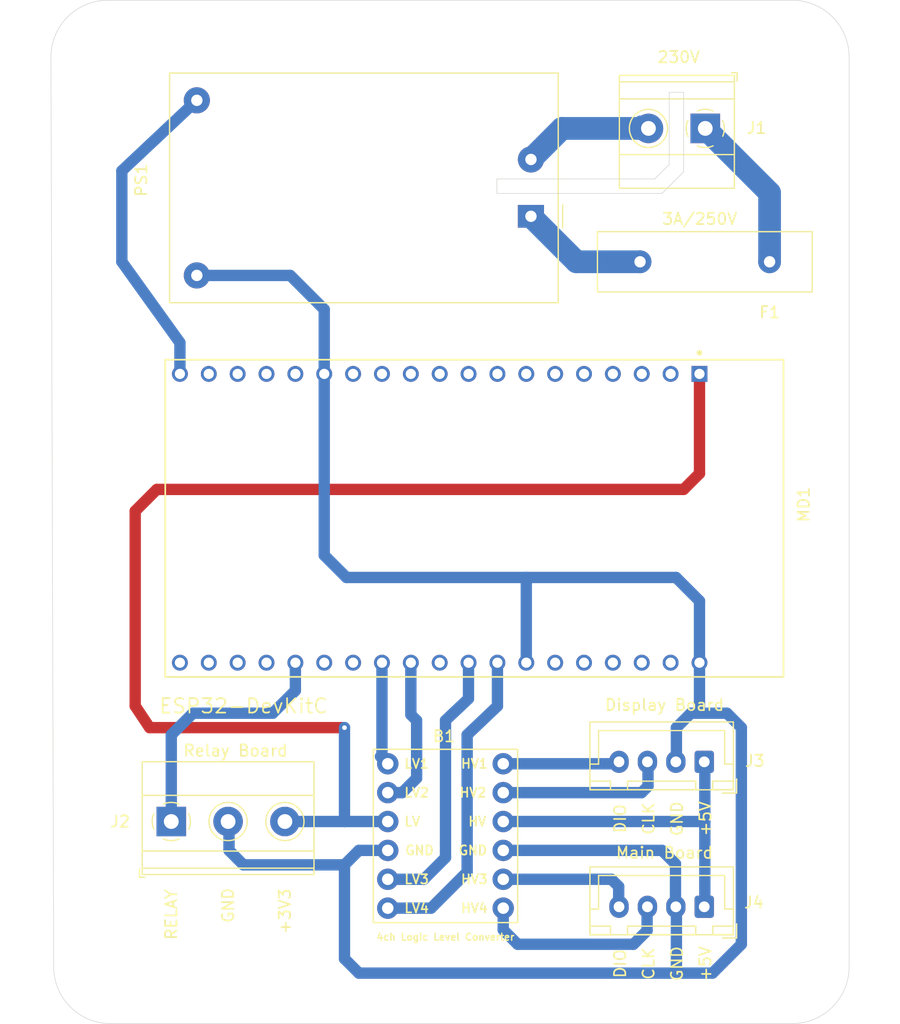
<source format=kicad_pcb>
(kicad_pcb (version 20171130) (host pcbnew "(5.1.10)-1")

  (general
    (thickness 1.6)
    (drawings 28)
    (tracks 104)
    (zones 0)
    (modules 12)
    (nets 45)
  )

  (page A4)
  (layers
    (0 F.Cu signal)
    (31 B.Cu power)
    (32 B.Adhes user)
    (33 F.Adhes user)
    (34 B.Paste user)
    (35 F.Paste user)
    (36 B.SilkS user)
    (37 F.SilkS user)
    (38 B.Mask user)
    (39 F.Mask user)
    (40 Dwgs.User user)
    (41 Cmts.User user)
    (42 Eco1.User user)
    (43 Eco2.User user)
    (44 Edge.Cuts user)
    (45 Margin user)
    (46 B.CrtYd user)
    (47 F.CrtYd user)
    (48 B.Fab user)
    (49 F.Fab user)
  )

  (setup
    (last_trace_width 0.5)
    (user_trace_width 0.25)
    (user_trace_width 0.5)
    (user_trace_width 0.75)
    (user_trace_width 1)
    (trace_clearance 0.2)
    (zone_clearance 0.508)
    (zone_45_only no)
    (trace_min 0.2)
    (via_size 0.8)
    (via_drill 0.4)
    (via_min_size 0.4)
    (via_min_drill 0.3)
    (uvia_size 0.3)
    (uvia_drill 0.1)
    (uvias_allowed no)
    (uvia_min_size 0.2)
    (uvia_min_drill 0.1)
    (edge_width 0.05)
    (segment_width 0.2)
    (pcb_text_width 0.3)
    (pcb_text_size 1.5 1.5)
    (mod_edge_width 0.12)
    (mod_text_size 1 1)
    (mod_text_width 0.15)
    (pad_size 1.524 1.524)
    (pad_drill 0.762)
    (pad_to_mask_clearance 0.2)
    (aux_axis_origin 0 0)
    (grid_origin 134.1 109.73)
    (visible_elements 7FFFFFFF)
    (pcbplotparams
      (layerselection 0x310fc_ffffffff)
      (usegerberextensions false)
      (usegerberattributes true)
      (usegerberadvancedattributes true)
      (creategerberjobfile true)
      (excludeedgelayer true)
      (linewidth 0.100000)
      (plotframeref false)
      (viasonmask false)
      (mode 1)
      (useauxorigin false)
      (hpglpennumber 1)
      (hpglpenspeed 20)
      (hpglpendiameter 15.000000)
      (psnegative false)
      (psa4output false)
      (plotreference true)
      (plotvalue true)
      (plotinvisibletext false)
      (padsonsilk false)
      (subtractmaskfromsilk true)
      (outputformat 1)
      (mirror false)
      (drillshape 0)
      (scaleselection 1)
      (outputdirectory "gerbers/"))
  )

  (net 0 "")
  (net 1 +3V3)
  (net 2 /5V_INTEX)
  (net 3 GND)
  (net 4 "Net-(F1-Pad1)")
  (net 5 /RELAY)
  (net 6 "Net-(MD1-Pad2)")
  (net 7 "Net-(MD1-Pad3)")
  (net 8 "Net-(MD1-Pad4)")
  (net 9 "Net-(MD1-Pad5)")
  (net 10 "Net-(MD1-Pad6)")
  (net 11 "Net-(MD1-Pad7)")
  (net 12 "Net-(MD1-Pad8)")
  (net 13 "Net-(MD1-Pad9)")
  (net 14 "Net-(MD1-Pad10)")
  (net 15 "Net-(MD1-Pad11)")
  (net 16 "Net-(MD1-Pad12)")
  (net 17 "Net-(MD1-Pad13)")
  (net 18 "Net-(MD1-Pad15)")
  (net 19 "Net-(MD1-Pad16)")
  (net 20 "Net-(MD1-Pad17)")
  (net 21 "Net-(MD1-Pad18)")
  (net 22 +5V)
  (net 23 "Net-(MD1-Pad20)")
  (net 24 "Net-(MD1-Pad21)")
  (net 25 "Net-(MD1-Pad22)")
  (net 26 "Net-(MD1-Pad23)")
  (net 27 "Net-(MD1-Pad26)")
  (net 28 "Net-(MD1-Pad29)")
  (net 29 "Net-(MD1-Pad33)")
  (net 30 "Net-(MD1-Pad34)")
  (net 31 "Net-(MD1-Pad35)")
  (net 32 "Net-(MD1-Pad36)")
  (net 33 "Net-(MD1-Pad37)")
  (net 34 LINE)
  (net 35 NEUT)
  (net 36 /CLK_LV_MB)
  (net 37 /DIO_LV_MB)
  (net 38 /CLK_LV_DB)
  (net 39 /DIO_LV_DB)
  (net 40 /CLK_MB)
  (net 41 /DIO_MB)
  (net 42 /CLK_DB)
  (net 43 /DIO_DB)
  (net 44 "Net-(MD1-Pad25)")

  (net_class Default "This is the default net class."
    (clearance 0.2)
    (trace_width 0.25)
    (via_dia 0.8)
    (via_drill 0.4)
    (uvia_dia 0.3)
    (uvia_drill 0.1)
    (add_net +3V3)
    (add_net +5V)
    (add_net /5V_INTEX)
    (add_net /CLK_DB)
    (add_net /CLK_LV_DB)
    (add_net /CLK_LV_MB)
    (add_net /CLK_MB)
    (add_net /DIO_DB)
    (add_net /DIO_LV_DB)
    (add_net /DIO_LV_MB)
    (add_net /DIO_MB)
    (add_net /RELAY)
    (add_net GND)
    (add_net LINE)
    (add_net NEUT)
    (add_net "Net-(F1-Pad1)")
    (add_net "Net-(MD1-Pad10)")
    (add_net "Net-(MD1-Pad11)")
    (add_net "Net-(MD1-Pad12)")
    (add_net "Net-(MD1-Pad13)")
    (add_net "Net-(MD1-Pad15)")
    (add_net "Net-(MD1-Pad16)")
    (add_net "Net-(MD1-Pad17)")
    (add_net "Net-(MD1-Pad18)")
    (add_net "Net-(MD1-Pad2)")
    (add_net "Net-(MD1-Pad20)")
    (add_net "Net-(MD1-Pad21)")
    (add_net "Net-(MD1-Pad22)")
    (add_net "Net-(MD1-Pad23)")
    (add_net "Net-(MD1-Pad25)")
    (add_net "Net-(MD1-Pad26)")
    (add_net "Net-(MD1-Pad29)")
    (add_net "Net-(MD1-Pad3)")
    (add_net "Net-(MD1-Pad33)")
    (add_net "Net-(MD1-Pad34)")
    (add_net "Net-(MD1-Pad35)")
    (add_net "Net-(MD1-Pad36)")
    (add_net "Net-(MD1-Pad37)")
    (add_net "Net-(MD1-Pad4)")
    (add_net "Net-(MD1-Pad5)")
    (add_net "Net-(MD1-Pad6)")
    (add_net "Net-(MD1-Pad7)")
    (add_net "Net-(MD1-Pad8)")
    (add_net "Net-(MD1-Pad9)")
  )

  (net_class 0.5 ""
    (clearance 0.2)
    (trace_width 0.5)
    (via_dia 0.8)
    (via_drill 0.4)
    (uvia_dia 0.3)
    (uvia_drill 0.1)
  )

  (net_class 0.75 ""
    (clearance 0.2)
    (trace_width 0.75)
    (via_dia 0.8)
    (via_drill 0.4)
    (uvia_dia 0.3)
    (uvia_drill 0.1)
  )

  (net_class 1 ""
    (clearance 0.2)
    (trace_width 1)
    (via_dia 0.8)
    (via_drill 0.4)
    (uvia_dia 0.3)
    (uvia_drill 0.1)
  )

  (module MountingHole:MountingHole_3.2mm_M3 locked (layer F.Cu) (tedit 56D1B4CB) (tstamp 618E8A46)
    (at 162.6 136.5)
    (descr "Mounting Hole 3.2mm, no annular, M3")
    (tags "mounting hole 3.2mm no annular m3")
    (attr virtual)
    (fp_text reference REF** (at 0 -4.2) (layer F.SilkS) hide
      (effects (font (size 1 1) (thickness 0.15)))
    )
    (fp_text value MountingHole_3.2mm_M3 (at 0 4.2) (layer F.Fab)
      (effects (font (size 1 1) (thickness 0.15)))
    )
    (fp_circle (center 0 0) (end 3.2 0) (layer Cmts.User) (width 0.15))
    (fp_circle (center 0 0) (end 3.45 0) (layer F.CrtYd) (width 0.05))
    (fp_text user %R (at 0.3 0) (layer F.Fab)
      (effects (font (size 1 1) (thickness 0.15)))
    )
    (pad 1 np_thru_hole circle (at 0 0) (size 3.2 3.2) (drill 3.2) (layers *.Cu *.Mask))
  )

  (module MountingHole:MountingHole_3.2mm_M3 locked (layer F.Cu) (tedit 56D1B4CB) (tstamp 618E8A22)
    (at 102.6 136.5)
    (descr "Mounting Hole 3.2mm, no annular, M3")
    (tags "mounting hole 3.2mm no annular m3")
    (attr virtual)
    (fp_text reference REF** (at 0 -4.2) (layer F.SilkS) hide
      (effects (font (size 1 1) (thickness 0.15)))
    )
    (fp_text value MountingHole_3.2mm_M3 (at 0 4.2) (layer F.Fab)
      (effects (font (size 1 1) (thickness 0.15)))
    )
    (fp_circle (center 0 0) (end 3.2 0) (layer Cmts.User) (width 0.15))
    (fp_circle (center 0 0) (end 3.45 0) (layer F.CrtYd) (width 0.05))
    (fp_text user %R (at 0.3 0) (layer F.Fab)
      (effects (font (size 1 1) (thickness 0.15)))
    )
    (pad 1 np_thru_hole circle (at 0 0) (size 3.2 3.2) (drill 3.2) (layers *.Cu *.Mask))
  )

  (module MountingHole:MountingHole_3.2mm_M3 locked (layer F.Cu) (tedit 56D1B4CB) (tstamp 618E89FE)
    (at 162.6 56.5)
    (descr "Mounting Hole 3.2mm, no annular, M3")
    (tags "mounting hole 3.2mm no annular m3")
    (attr virtual)
    (fp_text reference REF** (at 0 -4.2) (layer F.SilkS) hide
      (effects (font (size 1 1) (thickness 0.15)))
    )
    (fp_text value MountingHole_3.2mm_M3 (at 0 4.2) (layer F.Fab)
      (effects (font (size 1 1) (thickness 0.15)))
    )
    (fp_circle (center 0 0) (end 3.2 0) (layer Cmts.User) (width 0.15))
    (fp_circle (center 0 0) (end 3.45 0) (layer F.CrtYd) (width 0.05))
    (fp_text user %R (at 0.3 0) (layer F.Fab)
      (effects (font (size 1 1) (thickness 0.15)))
    )
    (pad 1 np_thru_hole circle (at 0 0) (size 3.2 3.2) (drill 3.2) (layers *.Cu *.Mask))
  )

  (module MountingHole:MountingHole_3.2mm_M3 locked (layer F.Cu) (tedit 56D1B4CB) (tstamp 618E89DA)
    (at 102.36 56.5)
    (descr "Mounting Hole 3.2mm, no annular, M3")
    (tags "mounting hole 3.2mm no annular m3")
    (attr virtual)
    (fp_text reference REF** (at 0 -4.2) (layer F.SilkS) hide
      (effects (font (size 1 1) (thickness 0.15)))
    )
    (fp_text value MountingHole_3.2mm_M3 (at 0 4.2) (layer F.Fab)
      (effects (font (size 1 1) (thickness 0.15)))
    )
    (fp_circle (center 0 0) (end 3.2 0) (layer Cmts.User) (width 0.15))
    (fp_circle (center 0 0) (end 3.45 0) (layer F.CrtYd) (width 0.05))
    (fp_text user %R (at 0.3 0) (layer F.Fab)
      (effects (font (size 1 1) (thickness 0.15)))
    )
    (pad 1 np_thru_hole circle (at 0 0) (size 3.2 3.2) (drill 3.2) (layers *.Cu *.Mask))
  )

  (module Espressif_ESP32-DevKitC:Espressif-ESP32-DevKitC_V4-0-0-MFG (layer F.Cu) (tedit 618D85DB) (tstamp 6189F71E)
    (at 134.62 97.06 270)
    (path /6191644A)
    (fp_text reference MD1 (at 0.44 -28.98 270) (layer F.SilkS)
      (effects (font (size 1 1) (thickness 0.15)) (justify left))
    )
    (fp_text value ESP32-DevKitC (at 16.51 20.32) (layer F.SilkS)
      (effects (font (size 1.27 1.27) (thickness 0.15)))
    )
    (fp_circle (center -14.55 -19.81) (end -14.425 -19.81) (layer F.SilkS) (width 0.25))
    (fp_line (start -13.95 27.2) (end -13.95 -27.2) (layer F.SilkS) (width 0.15))
    (fp_line (start -13.95 27.2) (end 13.95 27.2) (layer F.SilkS) (width 0.15))
    (fp_line (start 13.95 27.2) (end 13.95 -27.2) (layer F.SilkS) (width 0.15))
    (fp_line (start -13.95 -27.2) (end 13.95 -27.2) (layer F.SilkS) (width 0.15))
    (fp_line (start 13.975 27.225) (end 13.975 -27.225) (layer F.CrtYd) (width 0.15))
    (fp_line (start -13.975 27.225) (end 13.975 27.225) (layer F.CrtYd) (width 0.15))
    (fp_line (start -13.975 -27.225) (end -13.975 27.225) (layer F.CrtYd) (width 0.15))
    (fp_line (start 13.975 -27.225) (end -13.975 -27.225) (layer F.CrtYd) (width 0.15))
    (fp_line (start 13.975 -27.225) (end 13.975 -27.225) (layer F.CrtYd) (width 0.15))
    (fp_line (start 13.95 27.2) (end -13.95 27.2) (layer F.Fab) (width 0.15))
    (fp_line (start 13.95 -27.2) (end 13.95 27.2) (layer F.Fab) (width 0.15))
    (fp_line (start -13.95 -27.2) (end 13.95 -27.2) (layer F.Fab) (width 0.15))
    (fp_line (start -13.95 27.2) (end -13.95 -27.2) (layer F.Fab) (width 0.15))
    (pad 1 thru_hole rect (at -12.7 -19.81 270) (size 1.4 1.4) (drill 0.9) (layers *.Cu *.Paste *.Mask)
      (net 1 +3V3))
    (pad 2 thru_hole circle (at -12.7 -17.27 270) (size 1.4 1.4) (drill 0.9) (layers *.Cu *.Paste *.Mask)
      (net 6 "Net-(MD1-Pad2)"))
    (pad 3 thru_hole circle (at -12.7 -14.73 270) (size 1.4 1.4) (drill 0.9) (layers *.Cu *.Paste *.Mask)
      (net 7 "Net-(MD1-Pad3)"))
    (pad 4 thru_hole circle (at -12.7 -12.19 270) (size 1.4 1.4) (drill 0.9) (layers *.Cu *.Paste *.Mask)
      (net 8 "Net-(MD1-Pad4)"))
    (pad 5 thru_hole circle (at -12.7 -9.65 270) (size 1.4 1.4) (drill 0.9) (layers *.Cu *.Paste *.Mask)
      (net 9 "Net-(MD1-Pad5)"))
    (pad 6 thru_hole circle (at -12.7 -7.11 270) (size 1.4 1.4) (drill 0.9) (layers *.Cu *.Paste *.Mask)
      (net 10 "Net-(MD1-Pad6)"))
    (pad 7 thru_hole circle (at -12.7 -4.57 270) (size 1.4 1.4) (drill 0.9) (layers *.Cu *.Paste *.Mask)
      (net 11 "Net-(MD1-Pad7)"))
    (pad 8 thru_hole circle (at -12.7 -2.03 270) (size 1.4 1.4) (drill 0.9) (layers *.Cu *.Paste *.Mask)
      (net 12 "Net-(MD1-Pad8)"))
    (pad 9 thru_hole circle (at -12.7 0.51 270) (size 1.4 1.4) (drill 0.9) (layers *.Cu *.Paste *.Mask)
      (net 13 "Net-(MD1-Pad9)"))
    (pad 10 thru_hole circle (at -12.7 3.05 270) (size 1.4 1.4) (drill 0.9) (layers *.Cu *.Paste *.Mask)
      (net 14 "Net-(MD1-Pad10)"))
    (pad 11 thru_hole circle (at -12.7 5.59 270) (size 1.4 1.4) (drill 0.9) (layers *.Cu *.Paste *.Mask)
      (net 15 "Net-(MD1-Pad11)"))
    (pad 12 thru_hole circle (at -12.7 8.13 270) (size 1.4 1.4) (drill 0.9) (layers *.Cu *.Paste *.Mask)
      (net 16 "Net-(MD1-Pad12)"))
    (pad 13 thru_hole circle (at -12.7 10.67 270) (size 1.4 1.4) (drill 0.9) (layers *.Cu *.Paste *.Mask)
      (net 17 "Net-(MD1-Pad13)"))
    (pad 14 thru_hole circle (at -12.7 13.21 270) (size 1.4 1.4) (drill 0.9) (layers *.Cu *.Paste *.Mask)
      (net 3 GND))
    (pad 15 thru_hole circle (at -12.7 15.75 270) (size 1.4 1.4) (drill 0.9) (layers *.Cu *.Paste *.Mask)
      (net 18 "Net-(MD1-Pad15)"))
    (pad 16 thru_hole circle (at -12.7 18.29 270) (size 1.4 1.4) (drill 0.9) (layers *.Cu *.Paste *.Mask)
      (net 19 "Net-(MD1-Pad16)"))
    (pad 17 thru_hole circle (at -12.7 20.83 270) (size 1.4 1.4) (drill 0.9) (layers *.Cu *.Paste *.Mask)
      (net 20 "Net-(MD1-Pad17)"))
    (pad 18 thru_hole circle (at -12.7 23.37 270) (size 1.4 1.4) (drill 0.9) (layers *.Cu *.Paste *.Mask)
      (net 21 "Net-(MD1-Pad18)"))
    (pad 19 thru_hole circle (at -12.7 25.91 270) (size 1.4 1.4) (drill 0.9) (layers *.Cu *.Paste *.Mask)
      (net 22 +5V))
    (pad 20 thru_hole circle (at 12.7 25.91 270) (size 1.4 1.4) (drill 0.9) (layers *.Cu *.Paste *.Mask)
      (net 23 "Net-(MD1-Pad20)"))
    (pad 21 thru_hole circle (at 12.7 23.37 270) (size 1.4 1.4) (drill 0.9) (layers *.Cu *.Paste *.Mask)
      (net 24 "Net-(MD1-Pad21)"))
    (pad 22 thru_hole circle (at 12.7 20.83 270) (size 1.4 1.4) (drill 0.9) (layers *.Cu *.Paste *.Mask)
      (net 25 "Net-(MD1-Pad22)"))
    (pad 23 thru_hole circle (at 12.7 18.29 270) (size 1.4 1.4) (drill 0.9) (layers *.Cu *.Paste *.Mask)
      (net 26 "Net-(MD1-Pad23)"))
    (pad 24 thru_hole circle (at 12.7 15.75 270) (size 1.4 1.4) (drill 0.9) (layers *.Cu *.Paste *.Mask)
      (net 5 /RELAY))
    (pad 25 thru_hole circle (at 12.7 13.21 270) (size 1.4 1.4) (drill 0.9) (layers *.Cu *.Paste *.Mask)
      (net 44 "Net-(MD1-Pad25)"))
    (pad 26 thru_hole circle (at 12.7 10.67 270) (size 1.4 1.4) (drill 0.9) (layers *.Cu *.Paste *.Mask)
      (net 27 "Net-(MD1-Pad26)"))
    (pad 27 thru_hole circle (at 12.7 8.13 270) (size 1.4 1.4) (drill 0.9) (layers *.Cu *.Paste *.Mask)
      (net 39 /DIO_LV_DB))
    (pad 28 thru_hole circle (at 12.7 5.59 270) (size 1.4 1.4) (drill 0.9) (layers *.Cu *.Paste *.Mask)
      (net 38 /CLK_LV_DB))
    (pad 29 thru_hole circle (at 12.7 3.05 270) (size 1.4 1.4) (drill 0.9) (layers *.Cu *.Paste *.Mask)
      (net 28 "Net-(MD1-Pad29)"))
    (pad 30 thru_hole circle (at 12.7 0.51 270) (size 1.4 1.4) (drill 0.9) (layers *.Cu *.Paste *.Mask)
      (net 37 /DIO_LV_MB))
    (pad 31 thru_hole circle (at 12.7 -2.03 270) (size 1.4 1.4) (drill 0.9) (layers *.Cu *.Paste *.Mask)
      (net 36 /CLK_LV_MB))
    (pad 32 thru_hole circle (at 12.7 -4.57 270) (size 1.4 1.4) (drill 0.9) (layers *.Cu *.Paste *.Mask)
      (net 3 GND))
    (pad 33 thru_hole circle (at 12.7 -7.11 270) (size 1.4 1.4) (drill 0.9) (layers *.Cu *.Paste *.Mask)
      (net 29 "Net-(MD1-Pad33)"))
    (pad 34 thru_hole circle (at 12.7 -9.65 270) (size 1.4 1.4) (drill 0.9) (layers *.Cu *.Paste *.Mask)
      (net 30 "Net-(MD1-Pad34)"))
    (pad 35 thru_hole circle (at 12.7 -12.19 270) (size 1.4 1.4) (drill 0.9) (layers *.Cu *.Paste *.Mask)
      (net 31 "Net-(MD1-Pad35)"))
    (pad 36 thru_hole circle (at 12.7 -14.73 270) (size 1.4 1.4) (drill 0.9) (layers *.Cu *.Paste *.Mask)
      (net 32 "Net-(MD1-Pad36)"))
    (pad 37 thru_hole circle (at 12.7 -17.27 270) (size 1.4 1.4) (drill 0.9) (layers *.Cu *.Paste *.Mask)
      (net 33 "Net-(MD1-Pad37)"))
    (pad 38 thru_hole circle (at 12.7 -19.81 270) (size 1.4 1.4) (drill 0.9) (layers *.Cu *.Paste *.Mask)
      (net 3 GND))
    (model "H:/Developer/KiCad.Libraries/Espressif_ESP32-DevKitC V4/Espressif_ESP32-DevKitC.models/Espressif_-_ESP32-DevKitC_V4.step"
      (offset (xyz 0 -2.54 3.5))
      (scale (xyz 1 1 1))
      (rotate (xyz -90 0 0))
    )
  )

  (module TerminalBlock_Phoenix:TerminalBlock_Phoenix_MKDS-1,5-2_1x02_P5.00mm_Horizontal (layer F.Cu) (tedit 5B294EE5) (tstamp 6189F67A)
    (at 154.94 62.77 180)
    (descr "Terminal Block Phoenix MKDS-1,5-2, 2 pins, pitch 5mm, size 10x9.8mm^2, drill diamater 1.3mm, pad diameter 2.6mm, see http://www.farnell.com/datasheets/100425.pdf, script-generated using https://github.com/pointhi/kicad-footprint-generator/scripts/TerminalBlock_Phoenix")
    (tags "THT Terminal Block Phoenix MKDS-1,5-2 pitch 5mm size 10x9.8mm^2 drill 1.3mm pad 2.6mm")
    (path /618A0045)
    (fp_text reference J1 (at -4.51 0.04) (layer F.SilkS)
      (effects (font (size 1 1) (thickness 0.15)))
    )
    (fp_text value 230V (at 2.34 6.27) (layer F.SilkS)
      (effects (font (size 1 1) (thickness 0.15)))
    )
    (fp_line (start 8 -5.71) (end -3 -5.71) (layer F.CrtYd) (width 0.05))
    (fp_line (start 8 5.1) (end 8 -5.71) (layer F.CrtYd) (width 0.05))
    (fp_line (start -3 5.1) (end 8 5.1) (layer F.CrtYd) (width 0.05))
    (fp_line (start -3 -5.71) (end -3 5.1) (layer F.CrtYd) (width 0.05))
    (fp_line (start -2.8 4.9) (end -2.3 4.9) (layer F.SilkS) (width 0.12))
    (fp_line (start -2.8 4.16) (end -2.8 4.9) (layer F.SilkS) (width 0.12))
    (fp_line (start 3.773 1.023) (end 3.726 1.069) (layer F.SilkS) (width 0.12))
    (fp_line (start 6.07 -1.275) (end 6.035 -1.239) (layer F.SilkS) (width 0.12))
    (fp_line (start 3.966 1.239) (end 3.931 1.274) (layer F.SilkS) (width 0.12))
    (fp_line (start 6.275 -1.069) (end 6.228 -1.023) (layer F.SilkS) (width 0.12))
    (fp_line (start 5.955 -1.138) (end 3.863 0.955) (layer F.Fab) (width 0.1))
    (fp_line (start 6.138 -0.955) (end 4.046 1.138) (layer F.Fab) (width 0.1))
    (fp_line (start 0.955 -1.138) (end -1.138 0.955) (layer F.Fab) (width 0.1))
    (fp_line (start 1.138 -0.955) (end -0.955 1.138) (layer F.Fab) (width 0.1))
    (fp_line (start 7.56 -5.261) (end 7.56 4.66) (layer F.SilkS) (width 0.12))
    (fp_line (start -2.56 -5.261) (end -2.56 4.66) (layer F.SilkS) (width 0.12))
    (fp_line (start -2.56 4.66) (end 7.56 4.66) (layer F.SilkS) (width 0.12))
    (fp_line (start -2.56 -5.261) (end 7.56 -5.261) (layer F.SilkS) (width 0.12))
    (fp_line (start -2.56 -2.301) (end 7.56 -2.301) (layer F.SilkS) (width 0.12))
    (fp_line (start -2.5 -2.3) (end 7.5 -2.3) (layer F.Fab) (width 0.1))
    (fp_line (start -2.56 2.6) (end 7.56 2.6) (layer F.SilkS) (width 0.12))
    (fp_line (start -2.5 2.6) (end 7.5 2.6) (layer F.Fab) (width 0.1))
    (fp_line (start -2.56 4.1) (end 7.56 4.1) (layer F.SilkS) (width 0.12))
    (fp_line (start -2.5 4.1) (end 7.5 4.1) (layer F.Fab) (width 0.1))
    (fp_line (start -2.5 4.1) (end -2.5 -5.2) (layer F.Fab) (width 0.1))
    (fp_line (start -2 4.6) (end -2.5 4.1) (layer F.Fab) (width 0.1))
    (fp_line (start 7.5 4.6) (end -2 4.6) (layer F.Fab) (width 0.1))
    (fp_line (start 7.5 -5.2) (end 7.5 4.6) (layer F.Fab) (width 0.1))
    (fp_line (start -2.5 -5.2) (end 7.5 -5.2) (layer F.Fab) (width 0.1))
    (fp_circle (center 5 0) (end 6.68 0) (layer F.SilkS) (width 0.12))
    (fp_circle (center 5 0) (end 6.5 0) (layer F.Fab) (width 0.1))
    (fp_circle (center 0 0) (end 1.5 0) (layer F.Fab) (width 0.1))
    (fp_text user %R (at 2.54 3.2) (layer F.Fab)
      (effects (font (size 1 1) (thickness 0.15)))
    )
    (fp_arc (start 0 0) (end -0.684 1.535) (angle -25) (layer F.SilkS) (width 0.12))
    (fp_arc (start 0 0) (end -1.535 -0.684) (angle -48) (layer F.SilkS) (width 0.12))
    (fp_arc (start 0 0) (end 0.684 -1.535) (angle -48) (layer F.SilkS) (width 0.12))
    (fp_arc (start 0 0) (end 1.535 0.684) (angle -48) (layer F.SilkS) (width 0.12))
    (fp_arc (start 0 0) (end 0 1.68) (angle -24) (layer F.SilkS) (width 0.12))
    (pad 2 thru_hole circle (at 5 0 180) (size 2.6 2.6) (drill 1.3) (layers *.Cu *.Mask)
      (net 35 NEUT))
    (pad 1 thru_hole rect (at 0 0 180) (size 2.6 2.6) (drill 1.3) (layers *.Cu *.Mask)
      (net 4 "Net-(F1-Pad1)"))
    (model ${KISYS3DMOD}/TerminalBlock_Phoenix.3dshapes/TerminalBlock_Phoenix_MKDS-1,5-2_1x02_P5.00mm_Horizontal.wrl
      (at (xyz 0 0 0))
      (scale (xyz 1 1 1))
      (rotate (xyz 0 0 0))
    )
  )

  (module TerminalBlock_Phoenix:TerminalBlock_Phoenix_MKDS-1,5-3_1x03_P5.00mm_Horizontal (layer F.Cu) (tedit 5B294EE5) (tstamp 6189F690)
    (at 107.95 123.73)
    (descr "Terminal Block Phoenix MKDS-1,5-3, 3 pins, pitch 5mm, size 15x9.8mm^2, drill diamater 1.3mm, pad diameter 2.6mm, see http://www.farnell.com/datasheets/100425.pdf, script-generated using https://github.com/pointhi/kicad-footprint-generator/scripts/TerminalBlock_Phoenix")
    (tags "THT Terminal Block Phoenix MKDS-1,5-3 pitch 5mm size 15x9.8mm^2 drill 1.3mm pad 2.6mm")
    (path /618A0962)
    (fp_text reference J2 (at -4.5 0) (layer F.SilkS)
      (effects (font (size 1 1) (thickness 0.15)))
    )
    (fp_text value "Relay Board" (at 5.65 -6.23) (layer F.SilkS)
      (effects (font (size 1 1) (thickness 0.15)))
    )
    (fp_line (start 13 -5.71) (end -3 -5.71) (layer F.CrtYd) (width 0.05))
    (fp_line (start 13 5.1) (end 13 -5.71) (layer F.CrtYd) (width 0.05))
    (fp_line (start -3 5.1) (end 13 5.1) (layer F.CrtYd) (width 0.05))
    (fp_line (start -3 -5.71) (end -3 5.1) (layer F.CrtYd) (width 0.05))
    (fp_line (start -2.8 4.9) (end -2.3 4.9) (layer F.SilkS) (width 0.12))
    (fp_line (start -2.8 4.16) (end -2.8 4.9) (layer F.SilkS) (width 0.12))
    (fp_line (start 8.773 1.023) (end 8.726 1.069) (layer F.SilkS) (width 0.12))
    (fp_line (start 11.07 -1.275) (end 11.035 -1.239) (layer F.SilkS) (width 0.12))
    (fp_line (start 8.966 1.239) (end 8.931 1.274) (layer F.SilkS) (width 0.12))
    (fp_line (start 11.275 -1.069) (end 11.228 -1.023) (layer F.SilkS) (width 0.12))
    (fp_line (start 10.955 -1.138) (end 8.863 0.955) (layer F.Fab) (width 0.1))
    (fp_line (start 11.138 -0.955) (end 9.046 1.138) (layer F.Fab) (width 0.1))
    (fp_line (start 3.773 1.023) (end 3.726 1.069) (layer F.SilkS) (width 0.12))
    (fp_line (start 6.07 -1.275) (end 6.035 -1.239) (layer F.SilkS) (width 0.12))
    (fp_line (start 3.966 1.239) (end 3.931 1.274) (layer F.SilkS) (width 0.12))
    (fp_line (start 6.275 -1.069) (end 6.228 -1.023) (layer F.SilkS) (width 0.12))
    (fp_line (start 5.955 -1.138) (end 3.863 0.955) (layer F.Fab) (width 0.1))
    (fp_line (start 6.138 -0.955) (end 4.046 1.138) (layer F.Fab) (width 0.1))
    (fp_line (start 0.955 -1.138) (end -1.138 0.955) (layer F.Fab) (width 0.1))
    (fp_line (start 1.138 -0.955) (end -0.955 1.138) (layer F.Fab) (width 0.1))
    (fp_line (start 12.56 -5.261) (end 12.56 4.66) (layer F.SilkS) (width 0.12))
    (fp_line (start -2.56 -5.261) (end -2.56 4.66) (layer F.SilkS) (width 0.12))
    (fp_line (start -2.56 4.66) (end 12.56 4.66) (layer F.SilkS) (width 0.12))
    (fp_line (start -2.56 -5.261) (end 12.56 -5.261) (layer F.SilkS) (width 0.12))
    (fp_line (start -2.56 -2.301) (end 12.56 -2.301) (layer F.SilkS) (width 0.12))
    (fp_line (start -2.5 -2.3) (end 12.5 -2.3) (layer F.Fab) (width 0.1))
    (fp_line (start -2.56 2.6) (end 12.56 2.6) (layer F.SilkS) (width 0.12))
    (fp_line (start -2.5 2.6) (end 12.5 2.6) (layer F.Fab) (width 0.1))
    (fp_line (start -2.56 4.1) (end 12.56 4.1) (layer F.SilkS) (width 0.12))
    (fp_line (start -2.5 4.1) (end 12.5 4.1) (layer F.Fab) (width 0.1))
    (fp_line (start -2.5 4.1) (end -2.5 -5.2) (layer F.Fab) (width 0.1))
    (fp_line (start -2 4.6) (end -2.5 4.1) (layer F.Fab) (width 0.1))
    (fp_line (start 12.5 4.6) (end -2 4.6) (layer F.Fab) (width 0.1))
    (fp_line (start 12.5 -5.2) (end 12.5 4.6) (layer F.Fab) (width 0.1))
    (fp_line (start -2.5 -5.2) (end 12.5 -5.2) (layer F.Fab) (width 0.1))
    (fp_circle (center 10 0) (end 11.68 0) (layer F.SilkS) (width 0.12))
    (fp_circle (center 10 0) (end 11.5 0) (layer F.Fab) (width 0.1))
    (fp_circle (center 5 0) (end 6.68 0) (layer F.SilkS) (width 0.12))
    (fp_circle (center 5 0) (end 6.5 0) (layer F.Fab) (width 0.1))
    (fp_circle (center 0 0) (end 1.5 0) (layer F.Fab) (width 0.1))
    (fp_text user %R (at 5.08 3.2) (layer F.Fab)
      (effects (font (size 1 1) (thickness 0.15)))
    )
    (fp_arc (start 0 0) (end -0.684 1.535) (angle -25) (layer F.SilkS) (width 0.12))
    (fp_arc (start 0 0) (end -1.535 -0.684) (angle -48) (layer F.SilkS) (width 0.12))
    (fp_arc (start 0 0) (end 0.684 -1.535) (angle -48) (layer F.SilkS) (width 0.12))
    (fp_arc (start 0 0) (end 1.535 0.684) (angle -48) (layer F.SilkS) (width 0.12))
    (fp_arc (start 0 0) (end 0 1.68) (angle -24) (layer F.SilkS) (width 0.12))
    (pad 3 thru_hole circle (at 10 0) (size 2.6 2.6) (drill 1.3) (layers *.Cu *.Mask)
      (net 1 +3V3))
    (pad 2 thru_hole circle (at 5 0) (size 2.6 2.6) (drill 1.3) (layers *.Cu *.Mask)
      (net 3 GND))
    (pad 1 thru_hole rect (at 0 0) (size 2.6 2.6) (drill 1.3) (layers *.Cu *.Mask)
      (net 5 /RELAY))
    (model ${KISYS3DMOD}/TerminalBlock_Phoenix.3dshapes/TerminalBlock_Phoenix_MKDS-1,5-3_1x03_P5.00mm_Horizontal.wrl
      (at (xyz 0 0 0))
      (scale (xyz 1 1 1))
      (rotate (xyz 0 0 0))
    )
  )

  (module Boards:SPARKFUN_LOGIC_LEVEL_CONVERTER (layer F.Cu) (tedit 200000) (tstamp 6189F652)
    (at 132.08 125)
    (descr "SPARKFUN LOGIC LEVEL CONVERTER")
    (tags "SPARKFUN LOGIC LEVEL CONVERTER")
    (path /6189B1AB)
    (attr virtual)
    (fp_text reference B1 (at -0.13 -8.77) (layer F.SilkS)
      (effects (font (size 1 1) (thickness 0.15)))
    )
    (fp_text value "4ch Logic Level Converter" (at 0 8.89) (layer F.SilkS)
      (effects (font (size 0.6096 0.6096) (thickness 0.127)))
    )
    (fp_line (start 6.35 7.62) (end -6.35 7.62) (layer F.SilkS) (width 0.127))
    (fp_line (start 6.35 -7.62) (end 6.35 7.62) (layer F.SilkS) (width 0.127))
    (fp_line (start -6.35 -7.62) (end 6.35 -7.62) (layer F.SilkS) (width 0.127))
    (fp_line (start -6.35 7.62) (end -6.35 -7.62) (layer F.SilkS) (width 0.127))
    (fp_text user HV4 (at 2.54 6.35) (layer F.SilkS)
      (effects (font (size 0.8128 0.8128) (thickness 0.1524)))
    )
    (fp_text user HV3 (at 2.54 3.81) (layer F.SilkS)
      (effects (font (size 0.8128 0.8128) (thickness 0.1524)))
    )
    (fp_text user GND (at 2.413 1.27) (layer F.SilkS)
      (effects (font (size 0.8128 0.8128) (thickness 0.1524)))
    )
    (fp_text user HV (at 2.794 -1.27) (layer F.SilkS)
      (effects (font (size 0.8128 0.8128) (thickness 0.1524)))
    )
    (fp_text user LV4 (at -2.54 6.35) (layer F.SilkS)
      (effects (font (size 0.8128 0.8128) (thickness 0.1524)))
    )
    (fp_text user LV3 (at -2.54 3.81) (layer F.SilkS)
      (effects (font (size 0.8128 0.8128) (thickness 0.1524)))
    )
    (fp_text user GND (at -2.286 1.27) (layer F.SilkS)
      (effects (font (size 0.8128 0.8128) (thickness 0.1524)))
    )
    (fp_text user LV (at -2.921 -1.27) (layer F.SilkS)
      (effects (font (size 0.8128 0.8128) (thickness 0.1524)))
    )
    (fp_text user HV2 (at 2.413 -3.81) (layer F.SilkS)
      (effects (font (size 0.8128 0.8128) (thickness 0.1524)))
    )
    (fp_text user HV1 (at 2.54 -6.35) (layer F.SilkS)
      (effects (font (size 0.8128 0.8128) (thickness 0.1524)))
    )
    (fp_text user LV2 (at -2.54 -3.81) (layer F.SilkS)
      (effects (font (size 0.8128 0.8128) (thickness 0.1524)))
    )
    (fp_text user LV1 (at -2.54 -6.35) (layer F.SilkS)
      (effects (font (size 0.8128 0.8128) (thickness 0.1524)))
    )
    (pad LV4 thru_hole circle (at -5.08 6.35) (size 1.8796 1.8796) (drill 1.016) (layers *.Cu *.Mask)
      (net 36 /CLK_LV_MB) (solder_mask_margin 0.1016))
    (pad LV3 thru_hole circle (at -5.08 3.81) (size 1.8796 1.8796) (drill 1.016) (layers *.Cu *.Mask)
      (net 37 /DIO_LV_MB) (solder_mask_margin 0.1016))
    (pad LV2 thru_hole circle (at -5.08 -3.81) (size 1.8796 1.8796) (drill 1.016) (layers *.Cu *.Mask)
      (net 38 /CLK_LV_DB) (solder_mask_margin 0.1016))
    (pad LV1 thru_hole circle (at -5.08 -6.35) (size 1.8796 1.8796) (drill 1.016) (layers *.Cu *.Mask)
      (net 39 /DIO_LV_DB) (solder_mask_margin 0.1016))
    (pad LV thru_hole circle (at -5.08 -1.27) (size 1.8796 1.8796) (drill 1.016) (layers *.Cu *.Mask)
      (net 1 +3V3) (solder_mask_margin 0.1016))
    (pad HV4 thru_hole circle (at 5.08 6.35) (size 1.8796 1.8796) (drill 1.016) (layers *.Cu *.Mask)
      (net 40 /CLK_MB) (solder_mask_margin 0.1016))
    (pad HV3 thru_hole circle (at 5.08 3.81) (size 1.8796 1.8796) (drill 1.016) (layers *.Cu *.Mask)
      (net 41 /DIO_MB) (solder_mask_margin 0.1016))
    (pad HV2 thru_hole circle (at 5.08 -3.81) (size 1.8796 1.8796) (drill 1.016) (layers *.Cu *.Mask)
      (net 42 /CLK_DB) (solder_mask_margin 0.1016))
    (pad HV1 thru_hole circle (at 5.08 -6.35) (size 1.8796 1.8796) (drill 1.016) (layers *.Cu *.Mask)
      (net 43 /DIO_DB) (solder_mask_margin 0.1016))
    (pad HV thru_hole circle (at 5.08 -1.27) (size 1.8796 1.8796) (drill 1.016) (layers *.Cu *.Mask)
      (net 2 /5V_INTEX) (solder_mask_margin 0.1016))
    (pad GND2 thru_hole circle (at 5.08 1.27) (size 1.8796 1.8796) (drill 1.016) (layers *.Cu *.Mask)
      (net 3 GND) (solder_mask_margin 0.1016))
    (pad GND1 thru_hole circle (at -5.08 1.27) (size 1.8796 1.8796) (drill 1.016) (layers *.Cu *.Mask)
      (net 3 GND) (solder_mask_margin 0.1016))
    (model H:/Developer/KiCad.Libraries/logic-level-converter-bi-directional/source/BOB-12009.wrl
      (offset (xyz 0 0 3.5))
      (scale (xyz 0.4 0.4 0.4))
      (rotate (xyz 0 0 0))
    )
  )

  (module Fuse:Fuse_Littelfuse-LVR100 (layer F.Cu) (tedit 5909D78F) (tstamp 6189F665)
    (at 160.6 74.5 180)
    (descr "Littelfuse, resettable fuse, PTC, polyswitch LVR100, Ih 1A http://www.littelfuse.com/~/media/electronics/datasheets/resettable_ptcs/littelfuse_ptc_lvr_catalog_datasheet.pdf.pdf")
    (tags "LVR100 PTC resettable polyswitch ")
    (path /618A12A7)
    (fp_text reference F1 (at 0 -4.445) (layer F.SilkS)
      (effects (font (size 1 1) (thickness 0.15)))
    )
    (fp_text value 3A/250V (at 6.15 3.77) (layer F.SilkS)
      (effects (font (size 1 1) (thickness 0.15)))
    )
    (fp_line (start 15.15 2.65) (end -3.75 2.65) (layer F.SilkS) (width 0.12))
    (fp_line (start 15.15 2.65) (end 15.15 -2.65) (layer F.SilkS) (width 0.12))
    (fp_line (start -3.75 -2.65) (end -3.75 2.65) (layer F.SilkS) (width 0.12))
    (fp_line (start -3.75 -2.65) (end 15.15 -2.65) (layer F.SilkS) (width 0.12))
    (fp_line (start 15.3 2.8) (end -3.9 2.8) (layer F.CrtYd) (width 0.05))
    (fp_line (start 15.3 2.8) (end 15.3 -2.8) (layer F.CrtYd) (width 0.05))
    (fp_line (start -3.9 -2.8) (end -3.9 2.8) (layer F.CrtYd) (width 0.05))
    (fp_line (start -3.9 -2.8) (end 15.3 -2.8) (layer F.CrtYd) (width 0.05))
    (fp_line (start -3.65 -2.55) (end -3.65 2.55) (layer F.Fab) (width 0.1))
    (fp_line (start 15.05 -2.55) (end -3.65 -2.55) (layer F.Fab) (width 0.1))
    (fp_line (start 15.05 2.55) (end 15.05 -2.55) (layer F.Fab) (width 0.1))
    (fp_line (start -3.65 2.55) (end 15.05 2.55) (layer F.Fab) (width 0.1))
    (fp_text user %R (at 6 0) (layer F.Fab)
      (effects (font (size 1 1) (thickness 0.15)))
    )
    (pad 2 thru_hole circle (at 11.4 0 180) (size 2 2) (drill 1) (layers *.Cu *.Mask)
      (net 34 LINE))
    (pad 1 thru_hole circle (at 0 0 180) (size 2 2) (drill 1) (layers *.Cu *.Mask)
      (net 4 "Net-(F1-Pad1)"))
    (model "H:/Developer/KiCad.Libraries/User Library-FUSE 251010/User Library-FUSE 251010.STEP"
      (offset (xyz 5.7 0 1.5))
      (scale (xyz 1.15 1 1))
      (rotate (xyz -90 0 0))
    )
  )

  (module Converter_ACDC:Converter_ACDC_HiLink_HLK-PMxx (layer F.Cu) (tedit 5C1AC1CD) (tstamp 6189F737)
    (at 139.6 70.5 180)
    (descr "ACDC-Converter, 3W, HiLink, HLK-PMxx, THT, http://www.hlktech.net/product_detail.php?ProId=54")
    (tags "ACDC-Converter 3W THT HiLink board mount module")
    (path /6189BD04)
    (fp_text reference PS1 (at 34.29 3.175 90) (layer F.SilkS)
      (effects (font (size 1 1) (thickness 0.15)))
    )
    (fp_text value HLK-PM03 (at 15.79 13.85) (layer F.Fab)
      (effects (font (size 1 1) (thickness 0.15)))
    )
    (fp_line (start -2.3 12.5) (end 31.7 12.5) (layer F.Fab) (width 0.1))
    (fp_line (start 31.7 12.5) (end 31.7 -7.5) (layer F.Fab) (width 0.1))
    (fp_line (start -2.3 12.5) (end -2.3 0.99) (layer F.Fab) (width 0.1))
    (fp_line (start -2.3 -7.5) (end 31.7 -7.5) (layer F.Fab) (width 0.1))
    (fp_line (start -1.29 0) (end -2.29 1) (layer F.Fab) (width 0.1))
    (fp_line (start -2.29 -1) (end -1.29 0) (layer F.Fab) (width 0.1))
    (fp_line (start -2.3 -1) (end -2.3 -7.5) (layer F.Fab) (width 0.1))
    (fp_line (start -2.55 12.75) (end 31.95 12.75) (layer F.CrtYd) (width 0.05))
    (fp_line (start 31.95 12.75) (end 31.95 -7.75) (layer F.CrtYd) (width 0.05))
    (fp_line (start 31.95 -7.75) (end -2.55 -7.75) (layer F.CrtYd) (width 0.05))
    (fp_line (start -2.55 -7.75) (end -2.55 12.75) (layer F.CrtYd) (width 0.05))
    (fp_line (start -2.4 -7.6) (end -2.4 12.6) (layer F.SilkS) (width 0.12))
    (fp_line (start -2.4 12.6) (end 31.8 12.6) (layer F.SilkS) (width 0.12))
    (fp_line (start 31.8 12.6) (end 31.8 -7.6) (layer F.SilkS) (width 0.12))
    (fp_line (start 31.8 -7.6) (end -2.4 -7.6) (layer F.SilkS) (width 0.12))
    (fp_line (start -2.79 -1) (end -2.79 1.01) (layer F.SilkS) (width 0.12))
    (fp_text user %R (at 14.68 1.17) (layer F.Fab)
      (effects (font (size 1 1) (thickness 0.15)))
    )
    (pad 3 thru_hole circle (at 29.4 -5.2 180) (size 2.3 2.3) (drill 1) (layers *.Cu *.Mask)
      (net 3 GND))
    (pad 1 thru_hole rect (at 0 0 180) (size 2.3 2) (drill 1) (layers *.Cu *.Mask)
      (net 34 LINE))
    (pad 2 thru_hole circle (at 0 5 180) (size 2.3 2.3) (drill 1) (layers *.Cu *.Mask)
      (net 35 NEUT))
    (pad 4 thru_hole circle (at 29.4 10.2 180) (size 2.3 2.3) (drill 1) (layers *.Cu *.Mask)
      (net 22 +5V))
    (model H:/Developer/KiCad.Libraries/Converter_ACDC_HiLink_HLK-PMxx.step
      (at (xyz 0 0 0))
      (scale (xyz 1 1 1))
      (rotate (xyz 0 0 0))
    )
  )

  (module Connector_JST:JST_XH_B4B-XH-A_1x04_P2.50mm_Vertical (layer F.Cu) (tedit 5C28146C) (tstamp 6189F6E6)
    (at 154.85 131.23 180)
    (descr "JST XH series connector, B4B-XH-A (http://www.jst-mfg.com/product/pdf/eng/eXH.pdf), generated with kicad-footprint-generator")
    (tags "connector JST XH vertical")
    (path /618C5D92)
    (fp_text reference J4 (at -4.37 0.38) (layer F.SilkS)
      (effects (font (size 1 1) (thickness 0.15)))
    )
    (fp_text value "Main Board" (at 3.5 4.75) (layer F.SilkS)
      (effects (font (size 1 1) (thickness 0.15)))
    )
    (fp_line (start -2.85 -2.75) (end -2.85 -1.5) (layer F.SilkS) (width 0.12))
    (fp_line (start -1.6 -2.75) (end -2.85 -2.75) (layer F.SilkS) (width 0.12))
    (fp_line (start 9.3 2.75) (end 3.75 2.75) (layer F.SilkS) (width 0.12))
    (fp_line (start 9.3 -0.2) (end 9.3 2.75) (layer F.SilkS) (width 0.12))
    (fp_line (start 10.05 -0.2) (end 9.3 -0.2) (layer F.SilkS) (width 0.12))
    (fp_line (start -1.8 2.75) (end 3.75 2.75) (layer F.SilkS) (width 0.12))
    (fp_line (start -1.8 -0.2) (end -1.8 2.75) (layer F.SilkS) (width 0.12))
    (fp_line (start -2.55 -0.2) (end -1.8 -0.2) (layer F.SilkS) (width 0.12))
    (fp_line (start 10.05 -2.45) (end 8.25 -2.45) (layer F.SilkS) (width 0.12))
    (fp_line (start 10.05 -1.7) (end 10.05 -2.45) (layer F.SilkS) (width 0.12))
    (fp_line (start 8.25 -1.7) (end 10.05 -1.7) (layer F.SilkS) (width 0.12))
    (fp_line (start 8.25 -2.45) (end 8.25 -1.7) (layer F.SilkS) (width 0.12))
    (fp_line (start -0.75 -2.45) (end -2.55 -2.45) (layer F.SilkS) (width 0.12))
    (fp_line (start -0.75 -1.7) (end -0.75 -2.45) (layer F.SilkS) (width 0.12))
    (fp_line (start -2.55 -1.7) (end -0.75 -1.7) (layer F.SilkS) (width 0.12))
    (fp_line (start -2.55 -2.45) (end -2.55 -1.7) (layer F.SilkS) (width 0.12))
    (fp_line (start 6.75 -2.45) (end 0.75 -2.45) (layer F.SilkS) (width 0.12))
    (fp_line (start 6.75 -1.7) (end 6.75 -2.45) (layer F.SilkS) (width 0.12))
    (fp_line (start 0.75 -1.7) (end 6.75 -1.7) (layer F.SilkS) (width 0.12))
    (fp_line (start 0.75 -2.45) (end 0.75 -1.7) (layer F.SilkS) (width 0.12))
    (fp_line (start 0 -1.35) (end 0.625 -2.35) (layer F.Fab) (width 0.1))
    (fp_line (start -0.625 -2.35) (end 0 -1.35) (layer F.Fab) (width 0.1))
    (fp_line (start 10.45 -2.85) (end -2.95 -2.85) (layer F.CrtYd) (width 0.05))
    (fp_line (start 10.45 3.9) (end 10.45 -2.85) (layer F.CrtYd) (width 0.05))
    (fp_line (start -2.95 3.9) (end 10.45 3.9) (layer F.CrtYd) (width 0.05))
    (fp_line (start -2.95 -2.85) (end -2.95 3.9) (layer F.CrtYd) (width 0.05))
    (fp_line (start 10.06 -2.46) (end -2.56 -2.46) (layer F.SilkS) (width 0.12))
    (fp_line (start 10.06 3.51) (end 10.06 -2.46) (layer F.SilkS) (width 0.12))
    (fp_line (start -2.56 3.51) (end 10.06 3.51) (layer F.SilkS) (width 0.12))
    (fp_line (start -2.56 -2.46) (end -2.56 3.51) (layer F.SilkS) (width 0.12))
    (fp_line (start 9.95 -2.35) (end -2.45 -2.35) (layer F.Fab) (width 0.1))
    (fp_line (start 9.95 3.4) (end 9.95 -2.35) (layer F.Fab) (width 0.1))
    (fp_line (start -2.45 3.4) (end 9.95 3.4) (layer F.Fab) (width 0.1))
    (fp_line (start -2.45 -2.35) (end -2.45 3.4) (layer F.Fab) (width 0.1))
    (fp_text user %R (at 3.75 2.7) (layer F.Fab)
      (effects (font (size 1 1) (thickness 0.15)))
    )
    (pad 4 thru_hole oval (at 7.5 0 180) (size 1.7 1.95) (drill 0.95) (layers *.Cu *.Mask)
      (net 41 /DIO_MB))
    (pad 3 thru_hole oval (at 5 0 180) (size 1.7 1.95) (drill 0.95) (layers *.Cu *.Mask)
      (net 40 /CLK_MB))
    (pad 2 thru_hole oval (at 2.5 0 180) (size 1.7 1.95) (drill 0.95) (layers *.Cu *.Mask)
      (net 3 GND))
    (pad 1 thru_hole roundrect (at 0 0 180) (size 1.7 1.95) (drill 0.95) (layers *.Cu *.Mask) (roundrect_rratio 0.1470588235294118)
      (net 2 /5V_INTEX))
    (model ${KISYS3DMOD}/Connector_JST.3dshapes/JST_XH_B4B-XH-A_1x04_P2.50mm_Vertical.wrl
      (at (xyz 0 0 0))
      (scale (xyz 1 1 1))
      (rotate (xyz 0 0 0))
    )
  )

  (module Connector_JST:JST_XH_B4B-XH-A_1x04_P2.50mm_Vertical (layer F.Cu) (tedit 5C28146C) (tstamp 61FEF87E)
    (at 154.85 118.48 180)
    (descr "JST XH series connector, B4B-XH-A (http://www.jst-mfg.com/product/pdf/eng/eXH.pdf), generated with kicad-footprint-generator")
    (tags "connector JST XH vertical")
    (path /6189EC82)
    (fp_text reference J3 (at -4.45 0.08) (layer F.SilkS)
      (effects (font (size 1 1) (thickness 0.15)))
    )
    (fp_text value "Display Board" (at 3.5 5) (layer F.SilkS)
      (effects (font (size 1 1) (thickness 0.15)))
    )
    (fp_line (start -2.85 -2.75) (end -2.85 -1.5) (layer F.SilkS) (width 0.12))
    (fp_line (start -1.6 -2.75) (end -2.85 -2.75) (layer F.SilkS) (width 0.12))
    (fp_line (start 9.3 2.75) (end 3.75 2.75) (layer F.SilkS) (width 0.12))
    (fp_line (start 9.3 -0.2) (end 9.3 2.75) (layer F.SilkS) (width 0.12))
    (fp_line (start 10.05 -0.2) (end 9.3 -0.2) (layer F.SilkS) (width 0.12))
    (fp_line (start -1.8 2.75) (end 3.75 2.75) (layer F.SilkS) (width 0.12))
    (fp_line (start -1.8 -0.2) (end -1.8 2.75) (layer F.SilkS) (width 0.12))
    (fp_line (start -2.55 -0.2) (end -1.8 -0.2) (layer F.SilkS) (width 0.12))
    (fp_line (start 10.05 -2.45) (end 8.25 -2.45) (layer F.SilkS) (width 0.12))
    (fp_line (start 10.05 -1.7) (end 10.05 -2.45) (layer F.SilkS) (width 0.12))
    (fp_line (start 8.25 -1.7) (end 10.05 -1.7) (layer F.SilkS) (width 0.12))
    (fp_line (start 8.25 -2.45) (end 8.25 -1.7) (layer F.SilkS) (width 0.12))
    (fp_line (start -0.75 -2.45) (end -2.55 -2.45) (layer F.SilkS) (width 0.12))
    (fp_line (start -0.75 -1.7) (end -0.75 -2.45) (layer F.SilkS) (width 0.12))
    (fp_line (start -2.55 -1.7) (end -0.75 -1.7) (layer F.SilkS) (width 0.12))
    (fp_line (start -2.55 -2.45) (end -2.55 -1.7) (layer F.SilkS) (width 0.12))
    (fp_line (start 6.75 -2.45) (end 0.75 -2.45) (layer F.SilkS) (width 0.12))
    (fp_line (start 6.75 -1.7) (end 6.75 -2.45) (layer F.SilkS) (width 0.12))
    (fp_line (start 0.75 -1.7) (end 6.75 -1.7) (layer F.SilkS) (width 0.12))
    (fp_line (start 0.75 -2.45) (end 0.75 -1.7) (layer F.SilkS) (width 0.12))
    (fp_line (start 0 -1.35) (end 0.625 -2.35) (layer F.Fab) (width 0.1))
    (fp_line (start -0.625 -2.35) (end 0 -1.35) (layer F.Fab) (width 0.1))
    (fp_line (start 10.45 -2.85) (end -2.95 -2.85) (layer F.CrtYd) (width 0.05))
    (fp_line (start 10.45 3.9) (end 10.45 -2.85) (layer F.CrtYd) (width 0.05))
    (fp_line (start -2.95 3.9) (end 10.45 3.9) (layer F.CrtYd) (width 0.05))
    (fp_line (start -2.95 -2.85) (end -2.95 3.9) (layer F.CrtYd) (width 0.05))
    (fp_line (start 10.06 -2.46) (end -2.56 -2.46) (layer F.SilkS) (width 0.12))
    (fp_line (start 10.06 3.51) (end 10.06 -2.46) (layer F.SilkS) (width 0.12))
    (fp_line (start -2.56 3.51) (end 10.06 3.51) (layer F.SilkS) (width 0.12))
    (fp_line (start -2.56 -2.46) (end -2.56 3.51) (layer F.SilkS) (width 0.12))
    (fp_line (start 9.95 -2.35) (end -2.45 -2.35) (layer F.Fab) (width 0.1))
    (fp_line (start 9.95 3.4) (end 9.95 -2.35) (layer F.Fab) (width 0.1))
    (fp_line (start -2.45 3.4) (end 9.95 3.4) (layer F.Fab) (width 0.1))
    (fp_line (start -2.45 -2.35) (end -2.45 3.4) (layer F.Fab) (width 0.1))
    (fp_text user %R (at 3.75 2.7) (layer F.Fab)
      (effects (font (size 1 1) (thickness 0.15)))
    )
    (pad 4 thru_hole oval (at 7.5 0 180) (size 1.7 1.95) (drill 0.95) (layers *.Cu *.Mask)
      (net 43 /DIO_DB))
    (pad 3 thru_hole oval (at 5 0 180) (size 1.7 1.95) (drill 0.95) (layers *.Cu *.Mask)
      (net 42 /CLK_DB))
    (pad 2 thru_hole oval (at 2.5 0 180) (size 1.7 1.95) (drill 0.95) (layers *.Cu *.Mask)
      (net 3 GND))
    (pad 1 thru_hole roundrect (at 0 0 180) (size 1.7 1.95) (drill 0.95) (layers *.Cu *.Mask) (roundrect_rratio 0.1470588235294118)
      (net 2 /5V_INTEX))
    (model ${KISYS3DMOD}/Connector_JST.3dshapes/JST_XH_B4B-XH-A_1x04_P2.50mm_Vertical.wrl
      (at (xyz 0 0 0))
      (scale (xyz 1 1 1))
      (rotate (xyz 0 0 0))
    )
  )

  (gr_text GND (at 152.45 136.23 90) (layer F.SilkS) (tstamp 618EF324)
    (effects (font (size 1 1) (thickness 0.15)))
  )
  (gr_text +5V (at 154.95 136.23 90) (layer F.SilkS) (tstamp 618EF323)
    (effects (font (size 1 1) (thickness 0.15)))
  )
  (gr_text CLK (at 149.95 136.23 90) (layer F.SilkS) (tstamp 618EF322)
    (effects (font (size 1 1) (thickness 0.15)))
  )
  (gr_text DIO (at 147.45 136.23 90) (layer F.SilkS) (tstamp 618EF321)
    (effects (font (size 1 1) (thickness 0.15)))
  )
  (gr_text DIO (at 147.45 123.48 90) (layer F.SilkS)
    (effects (font (size 1 1) (thickness 0.15)))
  )
  (gr_text CLK (at 149.95 123.48 90) (layer F.SilkS)
    (effects (font (size 1 1) (thickness 0.15)))
  )
  (gr_text GND (at 152.45 123.48 90) (layer F.SilkS)
    (effects (font (size 1 1) (thickness 0.15)))
  )
  (gr_text +5V (at 154.95 123.48 90) (layer F.SilkS)
    (effects (font (size 1 1) (thickness 0.15)))
  )
  (gr_text RELAY (at 107.95 134.23 90) (layer F.SilkS)
    (effects (font (size 1 1) (thickness 0.15)) (justify left))
  )
  (gr_text GND (at 112.95 132.73 90) (layer F.SilkS)
    (effects (font (size 1 1) (thickness 0.15)) (justify left))
  )
  (gr_text +3V3 (at 117.95 133.73 90) (layer F.SilkS)
    (effects (font (size 1 1) (thickness 0.15)) (justify left))
  )
  (gr_line (start 102.6 141.5) (end 162.6 141.5) (layer Edge.Cuts) (width 0.05) (tstamp 618E8E4B))
  (gr_line (start 97.36 56.5) (end 97.6 136.5) (layer Edge.Cuts) (width 0.05) (tstamp 618E8E40))
  (gr_line (start 162.6 51.5) (end 102.36 51.5) (layer Edge.Cuts) (width 0.05) (tstamp 618E8E37))
  (gr_line (start 167.6 136.5) (end 167.6 56.5) (layer Edge.Cuts) (width 0.05) (tstamp 618E8E2E))
  (gr_arc (start 162.6 56.5) (end 167.6 56.5) (angle -90) (layer Edge.Cuts) (width 0.05))
  (gr_arc (start 162.6 136.5) (end 162.6 141.5) (angle -90) (layer Edge.Cuts) (width 0.05))
  (gr_arc (start 102.6 136.5) (end 97.6 136.5) (angle -90) (layer Edge.Cuts) (width 0.05))
  (gr_arc (start 102.36 56.5) (end 102.36 51.5) (angle -90) (layer Edge.Cuts) (width 0.05))
  (gr_line (start 153.035 59.595) (end 153.035 66.58) (layer Edge.Cuts) (width 0.05) (tstamp 618AE1AE))
  (gr_line (start 151.765 59.595) (end 153.035 59.595) (layer Edge.Cuts) (width 0.05))
  (gr_line (start 136.6 68.485) (end 136.6 67.215) (layer Edge.Cuts) (width 0.05) (tstamp 618AE1A4))
  (gr_line (start 151.13 68.485) (end 136.6 68.485) (layer Edge.Cuts) (width 0.05))
  (gr_line (start 153.035 66.58) (end 151.13 68.485) (layer Edge.Cuts) (width 0.05))
  (gr_line (start 151.765 65.945) (end 151.765 59.595) (layer Edge.Cuts) (width 0.05) (tstamp 618AE0A5))
  (gr_line (start 150.495 67.215) (end 151.765 65.945) (layer Edge.Cuts) (width 0.05))
  (gr_line (start 149.86 67.215) (end 150.495 67.215) (layer Edge.Cuts) (width 0.05))
  (gr_line (start 136.6 67.215) (end 149.86 67.215) (layer Edge.Cuts) (width 0.05))

  (segment (start 123.19 115.475) (end 123.19 115.475) (width 0.5) (layer B.Cu) (net 1) (tstamp 618A2109))
  (segment (start 123.19 115.475) (end 123.19 115.475) (width 0.5) (layer B.Cu) (net 1) (tstamp 618A2D2C))
  (segment (start 123.19 115.475) (end 123.19 115.475) (width 1) (layer B.Cu) (net 1))
  (segment (start 123.19 123.73) (end 127 123.73) (width 1) (layer B.Cu) (net 1))
  (segment (start 118.11 123.73) (end 123.19 123.73) (width 1) (layer B.Cu) (net 1))
  (segment (start 123.19 115.475) (end 123.19 115.475) (width 1) (layer B.Cu) (net 1) (tstamp 618AE897))
  (via (at 123.19 115.475) (size 0.8) (drill 0.4) (layers F.Cu B.Cu) (net 1))
  (segment (start 123.19 115.475) (end 123.19 123.73) (width 1) (layer B.Cu) (net 1) (tstamp 618AE89B))
  (via (at 123.19 115.475) (size 0.8) (drill 0.4) (layers F.Cu B.Cu) (net 1))
  (segment (start 154.43 93.125) (end 154.43 84.36) (width 1) (layer F.Cu) (net 1))
  (segment (start 153.035 94.52) (end 154.43 93.125) (width 1) (layer F.Cu) (net 1))
  (segment (start 106.68 94.52) (end 153.035 94.52) (width 1) (layer F.Cu) (net 1))
  (segment (start 104.775 96.425) (end 106.68 94.52) (width 1) (layer F.Cu) (net 1))
  (segment (start 104.775 113.57) (end 104.775 96.425) (width 1) (layer F.Cu) (net 1))
  (segment (start 106.045 115.475) (end 104.775 113.57) (width 1) (layer F.Cu) (net 1))
  (segment (start 123.19 115.475) (end 106.045 115.475) (width 1) (layer F.Cu) (net 1))
  (segment (start 149.86 123.73) (end 149.86 123.73) (width 0.5) (layer B.Cu) (net 2) (tstamp 618A1F8B))
  (segment (start 149.86 123.73) (end 149.86 123.73) (width 0.5) (layer B.Cu) (net 2) (tstamp 618A1F8F))
  (segment (start 154.9 131.27) (end 154.82 131.35) (width 1) (layer B.Cu) (net 2))
  (segment (start 154.9 118.65) (end 154.9 123.77) (width 1) (layer B.Cu) (net 2))
  (segment (start 149.86 123.73) (end 149.86 123.73) (width 0.5) (layer B.Cu) (net 2) (tstamp 618AE730))
  (segment (start 154.9 123.77) (end 154.9 131.27) (width 1) (layer B.Cu) (net 2) (tstamp 618AE732))
  (segment (start 154.86 123.73) (end 154.9 123.77) (width 1) (layer B.Cu) (net 2))
  (segment (start 137.16 123.73) (end 154.86 123.73) (width 1) (layer B.Cu) (net 2))
  (segment (start 154.305 109.885) (end 154.43 109.76) (width 1) (layer B.Cu) (net 3))
  (segment (start 127 126.27) (end 124.46 126.27) (width 1) (layer B.Cu) (net 3))
  (segment (start 124.46 126.27) (end 123.19 127.54) (width 1) (layer B.Cu) (net 3))
  (segment (start 123.19 127.54) (end 114.3 127.54) (width 1) (layer B.Cu) (net 3))
  (segment (start 113.03 126.27) (end 113.03 123.73) (width 1) (layer B.Cu) (net 3))
  (segment (start 114.3 127.54) (end 113.03 126.27) (width 1) (layer B.Cu) (net 3))
  (segment (start 139.19 109.76) (end 139.19 102.265) (width 1) (layer B.Cu) (net 3))
  (segment (start 152.4 131.43) (end 152.32 131.35) (width 1) (layer B.Cu) (net 3))
  (segment (start 152.4 137.065) (end 152.4 131.43) (width 1) (layer B.Cu) (net 3))
  (segment (start 152.32 131.35) (end 152.32 127.46) (width 1) (layer B.Cu) (net 3))
  (segment (start 151.13 126.27) (end 137.16 126.27) (width 1) (layer B.Cu) (net 3))
  (segment (start 152.32 127.46) (end 151.13 126.27) (width 1) (layer B.Cu) (net 3))
  (segment (start 124.46 137.065) (end 152.4 137.065) (width 1) (layer B.Cu) (net 3))
  (segment (start 123.19 135.795) (end 124.46 137.065) (width 1) (layer B.Cu) (net 3))
  (segment (start 123.19 127.54) (end 123.19 135.795) (width 1) (layer B.Cu) (net 3))
  (segment (start 154.43 109.76) (end 154.43 114.08) (width 1) (layer B.Cu) (net 3))
  (segment (start 154.43 114.08) (end 154.305 114.205) (width 1) (layer B.Cu) (net 3))
  (segment (start 155.575 137.065) (end 158.115 134.525) (width 1) (layer B.Cu) (net 3))
  (segment (start 152.4 137.065) (end 155.575 137.065) (width 1) (layer B.Cu) (net 3))
  (segment (start 156.845 114.205) (end 158.115 115.475) (width 1) (layer B.Cu) (net 3))
  (segment (start 158.115 134.525) (end 158.115 115.475) (width 1) (layer B.Cu) (net 3))
  (segment (start 156.845 114.205) (end 154.305 114.205) (width 1) (layer B.Cu) (net 3))
  (segment (start 152.4 115.475) (end 153.67 114.205) (width 1) (layer B.Cu) (net 3))
  (segment (start 153.67 114.205) (end 154.305 114.205) (width 1) (layer B.Cu) (net 3))
  (segment (start 152.4 118.65) (end 152.4 115.475) (width 1) (layer B.Cu) (net 3))
  (segment (start 121.41 84.36) (end 121.41 78.69) (width 1) (layer B.Cu) (net 3))
  (segment (start 118.42 75.7) (end 110.2 75.7) (width 1) (layer B.Cu) (net 3))
  (segment (start 121.41 78.69) (end 118.42 75.7) (width 1) (layer B.Cu) (net 3))
  (segment (start 139.19 102.265) (end 152.365 102.265) (width 1) (layer B.Cu) (net 3))
  (segment (start 154.43 104.33) (end 154.43 109.76) (width 1) (layer B.Cu) (net 3))
  (segment (start 152.365 102.265) (end 154.43 104.33) (width 1) (layer B.Cu) (net 3))
  (segment (start 139.19 102.265) (end 123.365 102.265) (width 1) (layer B.Cu) (net 3))
  (segment (start 121.41 100.31) (end 121.41 84.36) (width 1) (layer B.Cu) (net 3))
  (segment (start 123.365 102.265) (end 121.41 100.31) (width 1) (layer B.Cu) (net 3))
  (segment (start 160.6 68.43) (end 154.94 62.77) (width 2) (layer B.Cu) (net 4))
  (segment (start 160.6 74.5) (end 160.6 68.43) (width 2) (layer B.Cu) (net 4))
  (segment (start 107.95 116.11) (end 107.95 123.73) (width 1) (layer B.Cu) (net 5))
  (segment (start 116.875 114.205) (end 109.855 114.205) (width 1) (layer B.Cu) (net 5))
  (segment (start 109.855 114.205) (end 107.95 116.11) (width 1) (layer B.Cu) (net 5))
  (segment (start 118.87 112.21) (end 116.875 114.205) (width 1) (layer B.Cu) (net 5))
  (segment (start 118.87 109.76) (end 118.87 112.21) (width 1) (layer B.Cu) (net 5))
  (segment (start 103.6 74.5) (end 103.6 66.5) (width 1) (layer B.Cu) (net 22))
  (segment (start 103.6 66.5) (end 110.2 60.3) (width 1) (layer B.Cu) (net 22))
  (segment (start 108.71 81.61) (end 103.6 74.5) (width 1) (layer B.Cu) (net 22))
  (segment (start 108.71 84.36) (end 108.71 81.61) (width 1) (layer B.Cu) (net 22))
  (segment (start 143.6 74.5) (end 139.6 70.5) (width 2) (layer B.Cu) (net 34))
  (segment (start 149.2 74.5) (end 143.6 74.5) (width 2) (layer B.Cu) (net 34))
  (segment (start 149.225 62.135) (end 149.86 62.77) (width 1) (layer B.Cu) (net 35))
  (segment (start 142.33 62.77) (end 139.6 65.5) (width 2) (layer B.Cu) (net 35))
  (segment (start 149.94 62.77) (end 142.33 62.77) (width 2) (layer B.Cu) (net 35))
  (segment (start 136.65 113.58) (end 136.65 109.76) (width 1) (layer B.Cu) (net 36))
  (segment (start 133.985 116.11) (end 136.65 113.58) (width 1) (layer B.Cu) (net 36))
  (segment (start 133.985 128.175) (end 133.985 116.11) (width 1) (layer B.Cu) (net 36))
  (segment (start 130.81 131.35) (end 133.985 128.175) (width 1) (layer B.Cu) (net 36))
  (segment (start 127 131.35) (end 130.81 131.35) (width 1) (layer B.Cu) (net 36))
  (segment (start 134.1 112.93) (end 134.11 109.76) (width 1) (layer B.Cu) (net 37))
  (segment (start 132.08 114.84) (end 134.1 112.93) (width 1) (layer B.Cu) (net 37))
  (segment (start 132.08 126.905) (end 132.08 114.84) (width 1) (layer B.Cu) (net 37))
  (segment (start 130.175 128.81) (end 132.08 126.905) (width 1) (layer B.Cu) (net 37))
  (segment (start 127 128.81) (end 130.175 128.81) (width 1) (layer B.Cu) (net 37))
  (segment (start 129.03 114.33) (end 129.03 109.76) (width 1) (layer B.Cu) (net 38))
  (segment (start 127 121.19) (end 128.27 121.19) (width 1) (layer B.Cu) (net 38))
  (segment (start 129.54 119.92) (end 129.54 114.84) (width 1) (layer B.Cu) (net 38))
  (segment (start 129.54 114.84) (end 129.03 114.33) (width 1) (layer B.Cu) (net 38))
  (segment (start 128.27 121.19) (end 129.54 119.92) (width 1) (layer B.Cu) (net 38))
  (segment (start 127 118.65) (end 126.365 118.015) (width 1) (layer B.Cu) (net 39))
  (segment (start 126.49 117.89) (end 126.49 109.76) (width 1) (layer B.Cu) (net 39))
  (segment (start 126.365 118.015) (end 126.49 117.89) (width 1) (layer B.Cu) (net 39))
  (segment (start 137.16 133.255) (end 137.16 131.35) (width 1) (layer B.Cu) (net 40))
  (segment (start 138.43 134.525) (end 137.16 133.255) (width 1) (layer B.Cu) (net 40))
  (segment (start 148.62 134.525) (end 138.43 134.525) (width 1) (layer B.Cu) (net 40))
  (segment (start 149.82 133.325) (end 148.62 134.525) (width 1) (layer B.Cu) (net 40))
  (segment (start 149.82 131.35) (end 149.82 133.325) (width 1) (layer B.Cu) (net 40))
  (segment (start 147.32 131.35) (end 147.32 129.445) (width 1) (layer B.Cu) (net 41))
  (segment (start 146.685 128.81) (end 137.16 128.81) (width 1) (layer B.Cu) (net 41))
  (segment (start 147.32 129.445) (end 146.685 128.81) (width 1) (layer B.Cu) (net 41))
  (segment (start 149.9 120.625) (end 149.9 118.65) (width 1) (layer B.Cu) (net 42))
  (segment (start 149.335 121.19) (end 149.9 120.625) (width 1) (layer B.Cu) (net 42))
  (segment (start 137.16 121.19) (end 149.335 121.19) (width 1) (layer B.Cu) (net 42))
  (segment (start 137.16 118.65) (end 147.4 118.65) (width 1) (layer B.Cu) (net 43))

)

</source>
